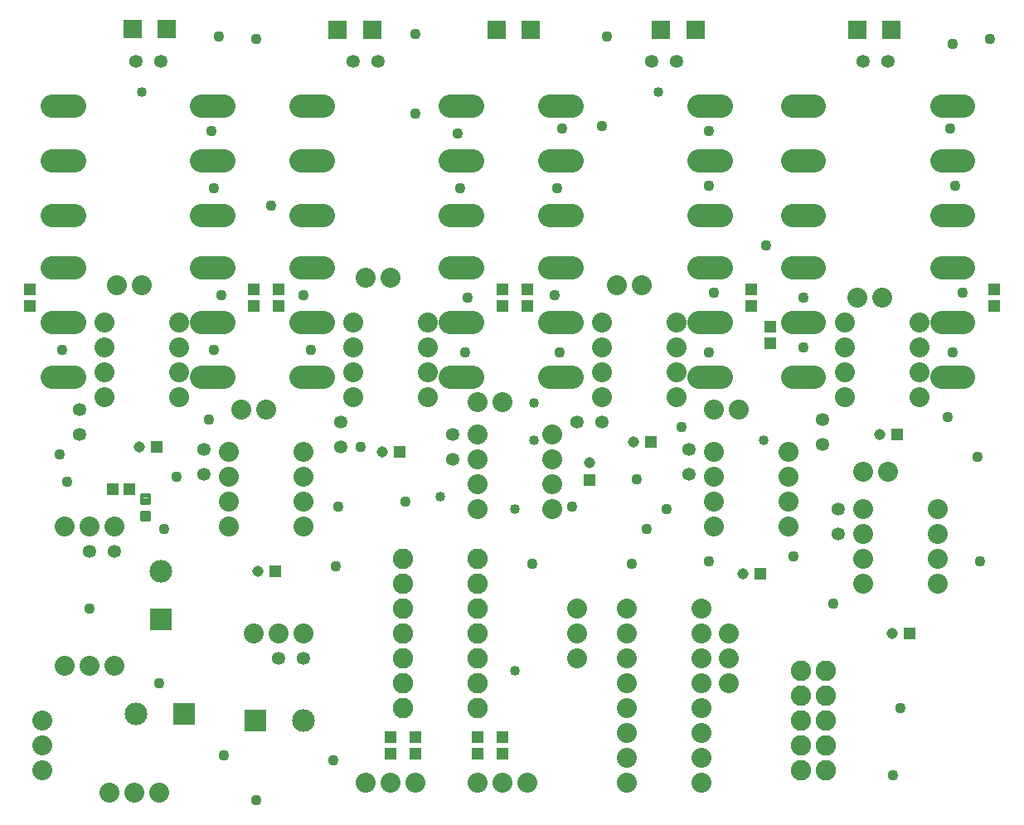
<source format=gts>
G75*
%MOIN*%
%OFA0B0*%
%FSLAX25Y25*%
%IPPOS*%
%LPD*%
%AMOC8*
5,1,8,0,0,1.08239X$1,22.5*
%
%ADD10C,0.05324*%
%ADD11C,0.09100*%
%ADD12R,0.09100X0.09100*%
%ADD13C,0.04500*%
%ADD14R,0.04500X0.04500*%
%ADD15C,0.01361*%
%ADD16C,0.08000*%
%ADD17R,0.07687X0.07687*%
%ADD18C,0.09450*%
%ADD19R,0.04537X0.04931*%
%ADD20R,0.04931X0.04537*%
%ADD21C,0.08200*%
%ADD22C,0.04000*%
%ADD23C,0.04362*%
D10*
X0107600Y0067600D03*
X0117600Y0067600D03*
X0041600Y0110600D03*
X0031600Y0110600D03*
X0077600Y0141600D03*
X0077600Y0151600D03*
X0027600Y0157600D03*
X0027600Y0167600D03*
X0132600Y0162600D03*
X0132600Y0152600D03*
X0177600Y0147600D03*
X0177600Y0157600D03*
X0227600Y0162600D03*
X0237600Y0162600D03*
X0272600Y0151600D03*
X0272600Y0141600D03*
X0326100Y0153600D03*
X0326100Y0163600D03*
X0332600Y0127600D03*
X0332600Y0117600D03*
X0342600Y0307600D03*
X0352600Y0307600D03*
X0267600Y0307600D03*
X0257600Y0307600D03*
X0147600Y0307600D03*
X0137600Y0307600D03*
X0060100Y0307600D03*
X0050100Y0307600D03*
D11*
X0060100Y0102600D03*
X0050100Y0045100D03*
X0117600Y0042600D03*
D12*
X0098309Y0042600D03*
X0069391Y0045100D03*
X0060100Y0083309D03*
D13*
X0099100Y0102600D03*
X0051600Y0152600D03*
X0149100Y0150600D03*
X0232600Y0146100D03*
X0250100Y0154600D03*
X0294100Y0101600D03*
X0354100Y0077600D03*
X0349100Y0157600D03*
D14*
X0356100Y0157600D03*
X0301100Y0101600D03*
X0361100Y0077600D03*
X0257100Y0154600D03*
X0232600Y0139100D03*
X0156100Y0150600D03*
X0106100Y0102600D03*
X0058600Y0152600D03*
D15*
X0055688Y0129965D02*
X0052512Y0129965D01*
X0052512Y0133141D01*
X0055688Y0133141D01*
X0055688Y0129965D01*
X0055688Y0131325D02*
X0052512Y0131325D01*
X0052512Y0132685D02*
X0055688Y0132685D01*
X0055688Y0123059D02*
X0052512Y0123059D01*
X0052512Y0126235D01*
X0055688Y0126235D01*
X0055688Y0123059D01*
X0055688Y0124419D02*
X0052512Y0124419D01*
X0052512Y0125779D02*
X0055688Y0125779D01*
D16*
X0012600Y0022600D03*
X0012600Y0032600D03*
X0012600Y0042600D03*
X0021600Y0064600D03*
X0031600Y0064600D03*
X0041600Y0064600D03*
X0097600Y0077600D03*
X0107600Y0077600D03*
X0117600Y0077600D03*
X0117600Y0120600D03*
X0117600Y0130600D03*
X0117600Y0140600D03*
X0117600Y0150600D03*
X0102600Y0167600D03*
X0092600Y0167600D03*
X0087600Y0150600D03*
X0087600Y0140600D03*
X0087600Y0130600D03*
X0087600Y0120600D03*
X0041600Y0120600D03*
X0031600Y0120600D03*
X0021600Y0120600D03*
X0037600Y0172600D03*
X0037600Y0182600D03*
X0037600Y0192600D03*
X0037600Y0202600D03*
X0042600Y0217600D03*
X0052600Y0217600D03*
X0067600Y0202600D03*
X0067600Y0192600D03*
X0067600Y0182600D03*
X0067600Y0172600D03*
X0137600Y0172600D03*
X0137600Y0182600D03*
X0137600Y0192600D03*
X0137600Y0202600D03*
X0142600Y0220600D03*
X0152600Y0220600D03*
X0167600Y0202600D03*
X0167600Y0192600D03*
X0167600Y0182600D03*
X0167600Y0172600D03*
X0187600Y0170600D03*
X0197600Y0170600D03*
X0187600Y0157600D03*
X0187600Y0147600D03*
X0187600Y0137600D03*
X0187600Y0127600D03*
X0217600Y0127600D03*
X0217600Y0137600D03*
X0217600Y0147600D03*
X0217600Y0157600D03*
X0237600Y0172600D03*
X0237600Y0182600D03*
X0237600Y0192600D03*
X0237600Y0202600D03*
X0243600Y0217600D03*
X0253600Y0217600D03*
X0267600Y0202600D03*
X0267600Y0192600D03*
X0267600Y0182600D03*
X0267600Y0172600D03*
X0282600Y0167600D03*
X0292600Y0167600D03*
X0282600Y0150600D03*
X0282600Y0140600D03*
X0282600Y0130600D03*
X0282600Y0120600D03*
X0312600Y0120600D03*
X0312600Y0130600D03*
X0312600Y0140600D03*
X0312600Y0150600D03*
X0335100Y0172600D03*
X0335100Y0182600D03*
X0335100Y0192600D03*
X0335100Y0202600D03*
X0340100Y0212600D03*
X0350100Y0212600D03*
X0365100Y0202600D03*
X0365100Y0192600D03*
X0365100Y0182600D03*
X0365100Y0172600D03*
X0352600Y0142600D03*
X0342600Y0142600D03*
X0342600Y0127600D03*
X0342600Y0117600D03*
X0342600Y0107600D03*
X0342600Y0097600D03*
X0372600Y0097600D03*
X0372600Y0107600D03*
X0372600Y0117600D03*
X0372600Y0127600D03*
X0288600Y0077600D03*
X0288600Y0067600D03*
X0288600Y0057600D03*
X0277600Y0057600D03*
X0277600Y0047600D03*
X0277600Y0037600D03*
X0277600Y0027600D03*
X0277600Y0017600D03*
X0247600Y0017600D03*
X0247600Y0027600D03*
X0247600Y0037600D03*
X0247600Y0047600D03*
X0247600Y0057600D03*
X0247600Y0067600D03*
X0247600Y0077600D03*
X0247600Y0087600D03*
X0227600Y0087600D03*
X0227600Y0077600D03*
X0227600Y0067600D03*
X0277600Y0067600D03*
X0277600Y0077600D03*
X0277600Y0087600D03*
X0207600Y0017600D03*
X0197600Y0017600D03*
X0187600Y0017600D03*
X0162600Y0017600D03*
X0152600Y0017600D03*
X0142600Y0017600D03*
X0059600Y0013600D03*
X0049600Y0013600D03*
X0039600Y0013600D03*
D17*
X0048820Y0320600D03*
X0062600Y0320600D03*
X0131320Y0320100D03*
X0145100Y0320100D03*
X0195100Y0320100D03*
X0208880Y0320100D03*
X0261320Y0320100D03*
X0275100Y0320100D03*
X0340100Y0320100D03*
X0353880Y0320100D03*
D18*
X0374175Y0289600D02*
X0383025Y0289600D01*
X0383025Y0267600D02*
X0374175Y0267600D01*
X0374175Y0245600D02*
X0383025Y0245600D01*
X0383025Y0224600D02*
X0374175Y0224600D01*
X0374175Y0202600D02*
X0383025Y0202600D01*
X0383025Y0180600D02*
X0374175Y0180600D01*
X0323025Y0180600D02*
X0314175Y0180600D01*
X0314175Y0202600D02*
X0323025Y0202600D01*
X0323025Y0224600D02*
X0314175Y0224600D01*
X0314175Y0245600D02*
X0323025Y0245600D01*
X0323025Y0267600D02*
X0314175Y0267600D01*
X0314175Y0289600D02*
X0323025Y0289600D01*
X0285525Y0289600D02*
X0276675Y0289600D01*
X0276675Y0267600D02*
X0285525Y0267600D01*
X0285525Y0245600D02*
X0276675Y0245600D01*
X0276675Y0224600D02*
X0285525Y0224600D01*
X0285525Y0202600D02*
X0276675Y0202600D01*
X0276675Y0180600D02*
X0285525Y0180600D01*
X0225525Y0180600D02*
X0216675Y0180600D01*
X0216675Y0202600D02*
X0225525Y0202600D01*
X0225525Y0224600D02*
X0216675Y0224600D01*
X0216675Y0245600D02*
X0225525Y0245600D01*
X0225525Y0267600D02*
X0216675Y0267600D01*
X0216675Y0289600D02*
X0225525Y0289600D01*
X0185525Y0289600D02*
X0176675Y0289600D01*
X0176675Y0267600D02*
X0185525Y0267600D01*
X0185525Y0245600D02*
X0176675Y0245600D01*
X0176675Y0224600D02*
X0185525Y0224600D01*
X0185525Y0202600D02*
X0176675Y0202600D01*
X0176675Y0180600D02*
X0185525Y0180600D01*
X0125525Y0180600D02*
X0116675Y0180600D01*
X0116675Y0202600D02*
X0125525Y0202600D01*
X0125525Y0224600D02*
X0116675Y0224600D01*
X0116675Y0245600D02*
X0125525Y0245600D01*
X0125525Y0267600D02*
X0116675Y0267600D01*
X0116675Y0289600D02*
X0125525Y0289600D01*
X0085525Y0289600D02*
X0076675Y0289600D01*
X0076675Y0267600D02*
X0085525Y0267600D01*
X0085525Y0245600D02*
X0076675Y0245600D01*
X0076675Y0224600D02*
X0085525Y0224600D01*
X0085525Y0202600D02*
X0076675Y0202600D01*
X0076675Y0180600D02*
X0085525Y0180600D01*
X0025525Y0180600D02*
X0016675Y0180600D01*
X0016675Y0202600D02*
X0025525Y0202600D01*
X0025525Y0224600D02*
X0016675Y0224600D01*
X0016675Y0245600D02*
X0025525Y0245600D01*
X0025525Y0267600D02*
X0016675Y0267600D01*
X0016675Y0289600D02*
X0025525Y0289600D01*
D19*
X0007600Y0215946D03*
X0007600Y0209254D03*
X0097600Y0209254D03*
X0097600Y0215946D03*
X0107600Y0215946D03*
X0107600Y0209254D03*
X0197600Y0209254D03*
X0197600Y0215946D03*
X0207600Y0215946D03*
X0207600Y0209254D03*
X0297600Y0209254D03*
X0297600Y0215946D03*
X0305100Y0200946D03*
X0305100Y0194254D03*
X0395100Y0209254D03*
X0395100Y0215946D03*
X0197600Y0035946D03*
X0197600Y0029254D03*
X0187600Y0029254D03*
X0187600Y0035946D03*
X0162600Y0035946D03*
X0162600Y0029254D03*
X0152600Y0029254D03*
X0152600Y0035946D03*
D20*
X0047446Y0135600D03*
X0040754Y0135600D03*
D21*
X0157600Y0107600D03*
X0157600Y0097600D03*
X0157600Y0087600D03*
X0157600Y0077600D03*
X0157600Y0067600D03*
X0157600Y0057600D03*
X0157600Y0047600D03*
X0187600Y0047600D03*
X0187600Y0057600D03*
X0187600Y0067600D03*
X0187600Y0077600D03*
X0187600Y0087600D03*
X0187600Y0097600D03*
X0187600Y0107600D03*
X0317600Y0062600D03*
X0327600Y0062600D03*
X0327600Y0052600D03*
X0317600Y0052600D03*
X0317600Y0042600D03*
X0327600Y0042600D03*
X0327600Y0032600D03*
X0317600Y0032600D03*
X0317600Y0022600D03*
X0327600Y0022600D03*
D22*
X0202600Y0062600D03*
X0202600Y0127600D03*
X0210100Y0155100D03*
X0210100Y0170100D03*
X0172600Y0132600D03*
X0302600Y0155100D03*
X0260100Y0295100D03*
X0052600Y0295100D03*
D23*
X0080600Y0279600D03*
X0081600Y0256600D03*
X0104600Y0249600D03*
X0117600Y0213600D03*
X0120600Y0191600D03*
X0081600Y0191600D03*
X0084600Y0213600D03*
X0079600Y0163600D03*
X0066600Y0140600D03*
X0061600Y0119600D03*
X0022600Y0138600D03*
X0019600Y0149600D03*
X0020600Y0191600D03*
X0131600Y0128600D03*
X0130600Y0104600D03*
X0158600Y0130600D03*
X0140600Y0152600D03*
X0182600Y0190600D03*
X0183600Y0212600D03*
X0218600Y0213600D03*
X0220600Y0190600D03*
X0269600Y0160600D03*
X0251600Y0139600D03*
X0263600Y0127600D03*
X0255600Y0119600D03*
X0249600Y0105600D03*
X0225600Y0128600D03*
X0209600Y0105600D03*
X0280600Y0106600D03*
X0314600Y0108600D03*
X0330600Y0089600D03*
X0357600Y0047600D03*
X0354600Y0020600D03*
X0389600Y0106600D03*
X0388600Y0148600D03*
X0376600Y0164600D03*
X0378600Y0190600D03*
X0382600Y0214600D03*
X0379600Y0257600D03*
X0377600Y0280600D03*
X0378600Y0314600D03*
X0393600Y0316600D03*
X0303600Y0233600D03*
X0282600Y0214600D03*
X0280600Y0190600D03*
X0318600Y0192600D03*
X0318600Y0212600D03*
X0280600Y0257600D03*
X0280600Y0279600D03*
X0237600Y0281600D03*
X0221600Y0280600D03*
X0219600Y0256600D03*
X0180600Y0256600D03*
X0179600Y0278600D03*
X0162600Y0286600D03*
X0162600Y0318600D03*
X0098600Y0316600D03*
X0083600Y0317600D03*
X0239600Y0317600D03*
X0031600Y0087600D03*
X0059600Y0057600D03*
X0085600Y0028600D03*
X0098600Y0010600D03*
X0129600Y0026600D03*
M02*

</source>
